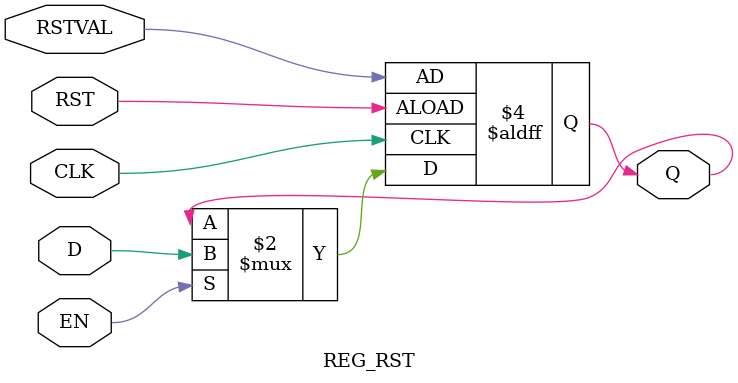
<source format=v>
module REG_RST #(
  parameter DW = 1
) (
  input  wire          CLK,
  input  wire          RST,
  input  wire [DW-1:0] RSTVAL,
  input  wire          EN,
  input  wire [DW-1:0] D,
  output reg  [DW-1:0] Q
);
  
  always @(posedge CLK or posedge RST) begin
    if (RST) begin
      Q[DW-1:0] <= RSTVAL[DW-1:0];
    end
    else if (EN) begin
      Q[DW-1:0] <= D[DW-1:0];
    end
  end

endmodule

</source>
